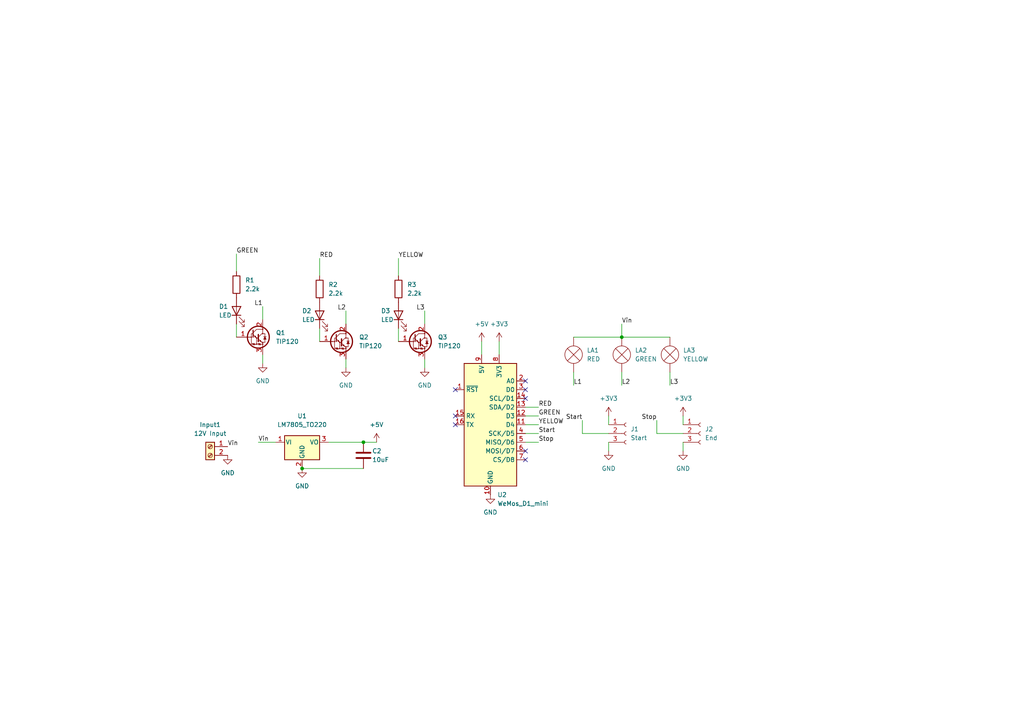
<source format=kicad_sch>
(kicad_sch (version 20211123) (generator eeschema)
  (paper "A4")
  (lib_symbols
    (symbol "Connector:Conn_01x03_Female" (pin_names (offset 1.016) hide)
      (property "Reference" "J" (at 0 5.08 0))
      (property "Value" "Conn_01x03_Female" (at 0 -5.08 0))
      (symbol "Conn_01x03_Female_1_1"
        (arc (start 0 -2.032) (mid -0.508 -2.54) (end 0 -3.048) (stroke (width 0.1524)))
        (polyline (pts (xy -1.27 -2.54) (xy -0.508 -2.54)) (stroke (width 0.1524)))
        (polyline (pts (xy -1.27 0) (xy -0.508 0)) (stroke (width 0.1524)))
        (polyline (pts (xy -1.27 2.54) (xy -0.508 2.54)) (stroke (width 0.1524)))
        (arc (start 0 0.508) (mid -0.508 0) (end 0 -0.508) (stroke (width 0.1524)))
        (arc (start 0 3.048) (mid -0.508 2.54) (end 0 2.032) (stroke (width 0.1524)))
        (pin passive line (at -5.08 2.54 0) (length 3.81) (name "Pin_1") (number "1"))
        (pin passive line (at -5.08 0 0) (length 3.81) (name "Pin_2") (number "2"))
        (pin passive line (at -5.08 -2.54 0) (length 3.81) (name "Pin_3") (number "3"))
      )
    )
    (symbol "Connector:Screw_Terminal_01x02" (pin_names (offset 1.016) hide)
      (property "Reference" "J" (at 0 2.54 0))
      (property "Value" "Screw_Terminal_01x02" (at 0 -5.08 0))
      (symbol "Screw_Terminal_01x02_1_1"
        (rectangle (start -1.27 1.27) (end 1.27 -3.81) (stroke (width 0.254)) (fill (type background)))
        (circle (center 0 -2.54) (radius 0.635) (stroke (width 0.1524)))
        (polyline (pts (xy -0.5334 -2.2098) (xy 0.3302 -3.048)) (stroke (width 0.1524)))
        (polyline (pts (xy -0.5334 0.3302) (xy 0.3302 -0.508)) (stroke (width 0.1524)))
        (polyline (pts (xy -0.3556 -2.032) (xy 0.508 -2.8702)) (stroke (width 0.1524)))
        (polyline (pts (xy -0.3556 0.508) (xy 0.508 -0.3302)) (stroke (width 0.1524)))
        (circle (center 0 0) (radius 0.635) (stroke (width 0.1524)))
        (pin passive line (at -5.08 0 0) (length 3.81) (name "Pin_1") (number "1"))
        (pin passive line (at -5.08 -2.54 0) (length 3.81) (name "Pin_2") (number "2"))
      )
    )
    (symbol "Device:C" (pin_numbers hide) (pin_names (offset 0.254))
      (property "Reference" "C" (at 0.635 2.54 0))
      (property "Value" "C" (at 0.635 -2.54 0))
      (symbol "C_0_1"
        (polyline (pts (xy -2.032 -0.762) (xy 2.032 -0.762)) (stroke (width 0.508)))
        (polyline (pts (xy -2.032 0.762) (xy 2.032 0.762)) (stroke (width 0.508)))
      )
      (symbol "C_1_1"
        (pin passive line (at 0 3.81 270) (length 2.794) (name "~") (number "1"))
        (pin passive line (at 0 -3.81 90) (length 2.794) (name "~") (number "2"))
      )
    )
    (symbol "Device:LED" (pin_numbers hide) (pin_names (offset 1.016) hide)
      (property "Reference" "D" (at 0 2.54 0))
      (property "Value" "LED" (at 0 -2.54 0))
      (symbol "LED_0_1"
        (polyline (pts (xy -1.27 -1.27) (xy -1.27 1.27)) (stroke (width 0.254)))
        (polyline (pts (xy -1.27 0) (xy 1.27 0)))
        (polyline (pts (xy 1.27 -1.27) (xy 1.27 1.27) (xy -1.27 0) (xy 1.27 -1.27)) (stroke (width 0.254)))
        (polyline (pts (xy -3.048 -0.762) (xy -4.572 -2.286) (xy -3.81 -2.286) (xy -4.572 -2.286) (xy -4.572 -1.524)))
        (polyline (pts (xy -1.778 -0.762) (xy -3.302 -2.286) (xy -2.54 -2.286) (xy -3.302 -2.286) (xy -3.302 -1.524)))
      )
      (symbol "LED_1_1"
        (pin passive line (at -3.81 0 0) (length 2.54) (name "K") (number "1"))
        (pin passive line (at 3.81 0 180) (length 2.54) (name "A") (number "2"))
      )
    )
    (symbol "Device:Lamp" (pin_numbers hide) (pin_names (offset 0.0254) hide)
      (property "Reference" "LA" (at 0.635 3.81 0))
      (property "Value" "Lamp" (at 0.635 -3.81 0))
      (symbol "Lamp_0_1"
        (polyline (pts (xy -1.778 1.778) (xy 1.778 -1.778)))
        (polyline (pts (xy 1.778 1.778) (xy -1.778 -1.778)))
        (circle (center 0 0) (radius 2.54))
      )
      (symbol "Lamp_1_1"
        (pin passive line (at 0 -5.08 90) (length 2.54) (name "-") (number "1"))
        (pin passive line (at 0 5.08 270) (length 2.54) (name "+") (number "2"))
      )
    )
    (symbol "Device:R" (pin_numbers hide) (pin_names (offset 0))
      (property "Reference" "R" (at 2.032 0 90))
      (property "Value" "R" (at 0 0 90))
      (symbol "R_0_1"
        (rectangle (start -1.016 -2.54) (end 1.016 2.54) (stroke (width 0.254)))
      )
      (symbol "R_1_1"
        (pin passive line (at 0 3.81 270) (length 1.27) (name "~") (number "1"))
        (pin passive line (at 0 -3.81 90) (length 1.27) (name "~") (number "2"))
      )
    )
    (symbol "MCU_Module:WeMos_D1_mini"
      (property "Reference" "U" (at 3.81 19.05 0))
      (property "Value" "WeMos_D1_mini" (at 1.27 -19.05 0))
      (symbol "WeMos_D1_mini_1_1"
        (rectangle (start -7.62 17.78) (end 7.62 -17.78) (stroke (width 0.254)) (fill (type background)))
        (pin input line (at -10.16 10.16 0) (length 2.54) (name "~{RST}") (number "1"))
        (pin power_in line (at 0 -20.32 90) (length 2.54) (name "GND") (number "10"))
        (pin bidirectional line (at 10.16 0 180) (length 2.54) (name "D4") (number "11"))
        (pin bidirectional line (at 10.16 2.54 180) (length 2.54) (name "D3") (number "12"))
        (pin bidirectional line (at 10.16 5.08 180) (length 2.54) (name "SDA/D2") (number "13"))
        (pin bidirectional line (at 10.16 7.62 180) (length 2.54) (name "SCL/D1") (number "14"))
        (pin input line (at -10.16 2.54 0) (length 2.54) (name "RX") (number "15"))
        (pin output line (at -10.16 0 0) (length 2.54) (name "TX") (number "16"))
        (pin input line (at 10.16 12.7 180) (length 2.54) (name "A0") (number "2"))
        (pin bidirectional line (at 10.16 10.16 180) (length 2.54) (name "D0") (number "3"))
        (pin bidirectional line (at 10.16 -2.54 180) (length 2.54) (name "SCK/D5") (number "4"))
        (pin bidirectional line (at 10.16 -5.08 180) (length 2.54) (name "MISO/D6") (number "5"))
        (pin bidirectional line (at 10.16 -7.62 180) (length 2.54) (name "MOSI/D7") (number "6"))
        (pin bidirectional line (at 10.16 -10.16 180) (length 2.54) (name "CS/D8") (number "7"))
        (pin power_out line (at 2.54 20.32 270) (length 2.54) (name "3V3") (number "8"))
        (pin power_in line (at -2.54 20.32 270) (length 2.54) (name "5V") (number "9"))
      )
    )
    (symbol "Regulator_Linear:LM7805_TO220" (pin_names (offset 0.254))
      (property "Reference" "U" (at -3.81 3.175 0))
      (property "Value" "LM7805_TO220" (at 0 3.175 0))
      (symbol "LM7805_TO220_0_1"
        (rectangle (start -5.08 1.905) (end 5.08 -5.08) (stroke (width 0.254)) (fill (type background)))
      )
      (symbol "LM7805_TO220_1_1"
        (pin power_in line (at -7.62 0 0) (length 2.54) (name "VI") (number "1"))
        (pin power_in line (at 0 -7.62 90) (length 2.54) (name "GND") (number "2"))
        (pin power_out line (at 7.62 0 180) (length 2.54) (name "VO") (number "3"))
      )
    )
    (symbol "Transistor_BJT:TIP120" (pin_names (offset 0) hide)
      (property "Reference" "Q" (at 5.08 1.905 0))
      (property "Value" "TIP120" (at 5.08 0 0))
      (symbol "TIP120_0_1"
        (circle (center -0.762 0) (radius 0.127))
        (polyline (pts (xy -1.27 0) (xy -0.889 0)))
        (polyline (pts (xy 2.54 -2.032) (xy 2.54 -2.54)))
        (polyline (pts (xy 2.54 -1.524) (xy 3.175 -1.524)))
        (polyline (pts (xy 2.794 0.127) (xy 3.556 0.127)))
        (polyline (pts (xy 3.175 -0.635) (xy 3.175 -1.524)))
        (polyline (pts (xy 3.175 1.016) (xy 2.54 1.016)))
        (polyline (pts (xy 3.175 1.016) (xy 3.175 0.127)))
        (polyline (pts (xy -0.254 0.762) (xy 0.762 -0.254) (xy 1.27 -0.254)))
        (polyline (pts (xy -0.254 1.016) (xy -0.762 1.016) (xy -0.762 -2.032)))
        (polyline (pts (xy -0.254 1.27) (xy 0.762 2.286) (xy 2.54 2.286)))
        (polyline (pts (xy -0.254 2.032) (xy -0.254 0) (xy -0.254 0)) (stroke (width 0.3048)))
        (polyline (pts (xy 1.27 0.762) (xy 1.27 -1.27) (xy 1.27 -1.27)) (stroke (width 0.381)))
        (polyline (pts (xy 0.635 -0.127) (xy 0.381 0.381) (xy 0.127 0.127) (xy 0.635 -0.127)))
        (polyline (pts (xy 1.27 -0.508) (xy 2.286 -1.524) (xy 2.54 -1.524) (xy 2.54 -2.032)))
        (polyline (pts (xy 1.27 0) (xy 2.286 1.016) (xy 2.54 1.016) (xy 2.54 2.286)))
        (polyline (pts (xy 2.159 -1.397) (xy 1.905 -0.889) (xy 1.651 -1.143) (xy 2.159 -1.397)))
        (polyline (pts (xy 3.175 0.127) (xy 2.794 -0.635) (xy 3.556 -0.635) (xy 3.175 0.127)) (fill (type outline)))
        (polyline (pts (xy 0.762 -2.032) (xy 0.381 -2.032) (xy 0.254 -2.286) (xy 0.127 -1.778) (xy 0 -2.286) (xy -0.127 -1.778) (xy -0.254 -2.286) (xy -0.381 -1.778) (xy -0.508 -2.032) (xy -0.762 -2.032)))
        (polyline (pts (xy 0.762 -0.254) (xy 0.762 -2.032) (xy 1.143 -2.032) (xy 1.27 -1.778) (xy 1.397 -2.286) (xy 1.524 -1.778) (xy 1.651 -2.286) (xy 1.778 -1.778) (xy 1.905 -2.286) (xy 2.032 -2.032) (xy 2.54 -2.032)))
        (circle (center 0.762 -2.032) (radius 0.127))
        (circle (center 0.762 -0.254) (radius 0.127))
        (circle (center 1.27 0) (radius 3.175) (stroke (width 0.3556)))
        (circle (center 2.54 -2.032) (radius 0.127))
        (circle (center 2.54 -1.524) (radius 0.127))
        (circle (center 2.54 1.016) (radius 0.127))
        (circle (center 2.54 2.286) (radius 0.127))
      )
      (symbol "TIP120_1_1"
        (pin input line (at -5.08 0 0) (length 3.81) (name "B") (number "1"))
        (pin passive line (at 2.54 5.08 270) (length 2.667) (name "C") (number "2"))
        (pin passive line (at 2.54 -5.08 90) (length 2.54) (name "E") (number "3"))
      )
    )
    (symbol "power:+3.3V" (power) (pin_names (offset 0))
      (property "Value" "+3.3V" (at 0 3.556 0))
      (symbol "+3.3V_0_1"
        (polyline (pts (xy -0.762 1.27) (xy 0 2.54)))
        (polyline (pts (xy 0 0) (xy 0 2.54)))
        (polyline (pts (xy 0 2.54) (xy 0.762 1.27)))
      )
      (symbol "+3.3V_1_1"
        (pin power_in line (at 0 0 90) (length 0) hide (name "+3V3") (number "1"))
      )
    )
    (symbol "power:+5V" (power) (pin_names (offset 0))
      (property "Value" "+5V" (at 0 3.556 0))
      (symbol "+5V_0_1"
        (polyline (pts (xy -0.762 1.27) (xy 0 2.54)))
        (polyline (pts (xy 0 0) (xy 0 2.54)))
        (polyline (pts (xy 0 2.54) (xy 0.762 1.27)))
      )
      (symbol "+5V_1_1"
        (pin power_in line (at 0 0 90) (length 0) hide (name "+5V") (number "1"))
      )
    )
    (symbol "power:GND" (power) (pin_names (offset 0))
      (property "Value" "GND" (at 0 -3.81 0))
      (symbol "GND_0_1"
        (polyline (pts (xy 0 0) (xy 0 -1.27) (xy 1.27 -1.27) (xy 0 -2.54) (xy -1.27 -1.27) (xy 0 -1.27)))
      )
      (symbol "GND_1_1"
        (pin power_in line (at 0 0 270) (length 0) hide (name "GND") (number "1"))
      )
    )
  )
  (junction (at 105.41 128.27))
  (junction (at 180.34 97.79))
  (junction (at 87.63 135.89))
  (no_connect (at 152.4 133.35))
  (no_connect (at 152.4 130.81))
  (no_connect (at 152.4 115.57))
  (no_connect (at 152.4 110.49))
  (no_connect (at 152.4 113.03))
  (no_connect (at 132.08 123.19))
  (no_connect (at 132.08 120.65))
  (no_connect (at 132.08 113.03))
  (wire (pts (xy 168.91 121.92) (xy 168.91 125.73)))
  (wire (pts (xy 95.25 128.27) (xy 105.41 128.27)))
  (wire (pts (xy 123.19 104.14) (xy 123.19 106.68)))
  (wire (pts (xy 139.7 99.06) (xy 139.7 102.87)))
  (wire (pts (xy 180.34 93.98) (xy 180.34 97.79)))
  (wire (pts (xy 166.37 107.95) (xy 166.37 111.76)))
  (wire (pts (xy 152.4 120.65) (xy 156.21 120.65)))
  (wire (pts (xy 180.34 97.79) (xy 194.31 97.79)))
  (wire (pts (xy 100.33 90.17) (xy 100.33 93.98)))
  (wire (pts (xy 105.41 128.27) (xy 109.22 128.27)))
  (wire (pts (xy 190.5 121.92) (xy 190.5 125.73)))
  (wire (pts (xy 144.78 99.06) (xy 144.78 102.87)))
  (wire (pts (xy 74.93 128.27) (xy 80.01 128.27)))
  (wire (pts (xy 198.12 120.65) (xy 198.12 123.19)))
  (wire (pts (xy 115.57 95.25) (xy 115.57 99.06)))
  (wire (pts (xy 92.71 95.25) (xy 92.71 99.06)))
  (wire (pts (xy 152.4 128.27) (xy 156.21 128.27)))
  (wire (pts (xy 152.4 118.11) (xy 156.21 118.11)))
  (wire (pts (xy 123.19 90.17) (xy 123.19 93.98)))
  (wire (pts (xy 180.34 107.95) (xy 180.34 111.76)))
  (wire (pts (xy 68.58 93.98) (xy 68.58 97.79)))
  (wire (pts (xy 166.37 97.79) (xy 180.34 97.79)))
  (wire (pts (xy 168.91 125.73) (xy 176.53 125.73)))
  (wire (pts (xy 194.31 107.95) (xy 194.31 111.76)))
  (wire (pts (xy 176.53 128.27) (xy 176.53 130.81)))
  (wire (pts (xy 152.4 123.19) (xy 156.21 123.19)))
  (wire (pts (xy 152.4 125.73) (xy 156.21 125.73)))
  (wire (pts (xy 176.53 120.65) (xy 176.53 123.19)))
  (wire (pts (xy 92.71 74.93) (xy 92.71 80.01)))
  (wire (pts (xy 87.63 135.89) (xy 105.41 135.89)))
  (wire (pts (xy 76.2 102.87) (xy 76.2 105.41)))
  (wire (pts (xy 76.2 88.9) (xy 76.2 92.71)))
  (wire (pts (xy 115.57 74.93) (xy 115.57 80.01)))
  (wire (pts (xy 198.12 128.27) (xy 198.12 130.81)))
  (wire (pts (xy 68.58 73.66) (xy 68.58 78.74)))
  (wire (pts (xy 190.5 125.73) (xy 198.12 125.73)))
  (wire (pts (xy 100.33 104.14) (xy 100.33 106.68)))
  (label "RED" (at 156.21 118.11 0))
  (label "Start" (at 168.91 121.92 180))
  (label "GREEN" (at 156.21 120.65 0))
  (label "YELLOW" (at 156.21 123.19 0))
  (label "Stop" (at 156.21 128.27 0))
  (label "L2" (at 180.34 111.76 0))
  (label "L3" (at 194.31 111.76 0))
  (label "Vin" (at 74.93 128.27 0))
  (label "YELLOW" (at 115.57 74.93 0))
  (label "L1" (at 76.2 88.9 180))
  (label "RED" (at 92.71 74.93 0))
  (label "L2" (at 100.33 90.17 180))
  (label "GREEN" (at 68.58 73.66 0))
  (label "Stop" (at 190.5 121.92 180))
  (label "Vin" (at 180.34 93.98 0))
  (label "Vin" (at 66.04 129.54 0))
  (label "Start" (at 156.21 125.73 0))
  (label "L1" (at 166.37 111.76 0))
  (label "L3" (at 123.19 90.17 180))
  (symbol (lib_id "MCU_Module:WeMos_D1_mini") (at 142.24 123.19 0) (unit 1)
    (property "Reference" "U2" (at 144.2594 143.51 0) (effects (justify left)))
    (property "Value" "WeMos_D1_mini" (at 144.2594 146.05 0) (effects (justify left)))
    (property "Footprint" "Module:WEMOS_D1_mini_light" (effects hide))
    (property "Datasheet" "https://wiki.wemos.cc/products:d1:d1_mini#documentation" (effects hide))
  )
  (symbol (lib_id "Regulator_Linear:LM7805_TO220") (at 87.63 128.27 0) (unit 1)
    (property "Reference" "U1" (at 87.63 120.65 0))
    (property "Value" "LM7805_TO220" (at 87.63 123.19 0))
    (property "Footprint" "Package_TO_SOT_THT:TO-220-3_Vertical" (effects hide))
    (property "Datasheet" "https://www.onsemi.cn/PowerSolutions/document/MC7800-D.PDF" (effects hide))
  )
  (symbol (lib_id "power:GND") (at 198.12 130.81 0) (unit 1)
    (property "Reference" "#PWR012" (effects hide))
    (property "Value" "GND" (at 198.12 135.89 0))
  )
  (symbol (lib_id "power:+3.3V") (at 144.78 99.06 0) (unit 1)
    (property "Reference" "#PWR09" (effects hide))
    (property "Value" "+3.3V" (at 144.78 93.98 0))
  )
  (symbol (lib_id "Device:LED") (at 115.57 91.44 90) (unit 1)
    (property "Reference" "D3" (at 110.49 90.17 90) (effects (justify right)))
    (property "Value" "LED" (at 110.49 92.71 90) (effects (justify right)))
    (property "Footprint" "LED_THT:LED_D3.0mm" (effects hide))
  )
  (symbol (lib_id "Device:C") (at 105.41 132.08 0) (unit 1)
    (property "Reference" "C2" (at 107.95 130.81 0) (effects (justify left)))
    (property "Value" "10uF" (at 107.95 133.35 0) (effects (justify left)))
    (property "Footprint" "Capacitor_THT:C_Radial_D8.0mm_H7.0mm_P3.50mm" (effects hide))
  )
  (symbol (lib_id "Device:R") (at 68.58 82.55 0) (unit 1)
    (property "Reference" "R1" (at 71.12 81.2799 0) (effects (justify left)))
    (property "Value" "2.2k" (at 71.12 83.8199 0) (effects (justify left)))
    (property "Footprint" "Resistor_THT:R_Axial_DIN0309_L9.0mm_D3.2mm_P12.70mm_Horizontal" (effects hide))
  )
  (symbol (lib_id "power:+5V") (at 109.22 128.27 0) (unit 1)
    (property "Reference" "#PWR05" (effects hide))
    (property "Value" "+5V" (at 109.22 123.19 0))
  )
  (symbol (lib_id "Device:Lamp") (at 180.34 102.87 0) (unit 1)
    (property "Reference" "LA2" (at 184.15 101.5999 0) (effects (justify left)))
    (property "Value" "GREEN" (at 184.15 104.1399 0) (effects (justify left)))
    (property "Footprint" "TerminalBlock:TerminalBlock_bornier-2_P5.08mm" (effects hide))
  )
  (symbol (lib_id "Connector:Screw_Terminal_01x02") (at 60.96 129.54 0) (mirror y) (unit 1)
    (property "Reference" "Input1" (at 60.96 123.19 0))
    (property "Value" "12V Input" (at 60.96 125.73 0))
    (property "Footprint" "Connector_BarrelJack:BarrelJack_GCT_DCJ200-10-A_Horizontal" (effects hide))
  )
  (symbol (lib_id "power:GND") (at 87.63 135.89 0) (unit 1)
    (property "Reference" "#PWR03" (effects hide))
    (property "Value" "GND" (at 87.63 140.97 0))
  )
  (symbol (lib_id "Transistor_BJT:TIP120") (at 97.79 99.06 0) (unit 1)
    (property "Reference" "Q2" (at 104.14 97.7899 0) (effects (justify left)))
    (property "Value" "TIP120" (at 104.14 100.3299 0) (effects (justify left)))
    (property "Footprint" "Package_TO_SOT_THT:TO-220-3_Vertical" (effects hide))
    (property "Datasheet" "https://www.onsemi.com/pub/Collateral/TIP120-D.PDF" (effects hide))
  )
  (symbol (lib_id "power:GND") (at 142.24 143.51 0) (unit 1)
    (property "Reference" "#PWR08" (effects hide))
    (property "Value" "GND" (at 142.24 148.59 0))
  )
  (symbol (lib_id "power:GND") (at 176.53 130.81 0) (unit 1)
    (property "Reference" "#PWR010" (effects hide))
    (property "Value" "GND" (at 176.53 135.89 0))
  )
  (symbol (lib_id "power:+3.3V") (at 198.12 120.65 0) (unit 1)
    (property "Reference" "#PWR013" (effects hide))
    (property "Value" "+3.3V" (at 198.12 115.57 0))
  )
  (symbol (lib_id "Device:LED") (at 92.71 91.44 90) (unit 1)
    (property "Reference" "D2" (at 87.63 90.17 90) (effects (justify right)))
    (property "Value" "LED" (at 87.63 92.71 90) (effects (justify right)))
    (property "Footprint" "LED_THT:LED_D3.0mm" (effects hide))
  )
  (symbol (lib_id "Device:Lamp") (at 166.37 102.87 0) (unit 1)
    (property "Reference" "LA1" (at 170.18 101.5999 0) (effects (justify left)))
    (property "Value" "RED" (at 170.18 104.1399 0) (effects (justify left)))
    (property "Footprint" "TerminalBlock:TerminalBlock_bornier-2_P5.08mm" (effects hide))
  )
  (symbol (lib_id "Device:Lamp") (at 194.31 102.87 0) (unit 1)
    (property "Reference" "LA3" (at 198.12 101.5999 0) (effects (justify left)))
    (property "Value" "YELLOW" (at 198.12 104.1399 0) (effects (justify left)))
    (property "Footprint" "TerminalBlock:TerminalBlock_bornier-2_P5.08mm" (effects hide))
  )
  (symbol (lib_id "power:GND") (at 123.19 106.68 0) (unit 1)
    (property "Reference" "#PWR06" (effects hide))
    (property "Value" "GND" (at 123.19 111.76 0))
  )
  (symbol (lib_id "Transistor_BJT:TIP120") (at 120.65 99.06 0) (unit 1)
    (property "Reference" "Q3" (at 127 97.7899 0) (effects (justify left)))
    (property "Value" "TIP120" (at 127 100.3299 0) (effects (justify left)))
    (property "Footprint" "Package_TO_SOT_THT:TO-220-3_Vertical" (effects hide))
    (property "Datasheet" "https://www.onsemi.com/pub/Collateral/TIP120-D.PDF" (effects hide))
  )
  (symbol (lib_id "power:+3.3V") (at 176.53 120.65 0) (unit 1)
    (property "Reference" "#PWR011" (effects hide))
    (property "Value" "+3.3V" (at 176.53 115.57 0))
  )
  (symbol (lib_id "Device:R") (at 92.71 83.82 0) (unit 1)
    (property "Reference" "R2" (at 95.25 82.5499 0) (effects (justify left)))
    (property "Value" "2.2k" (at 95.25 85.0899 0) (effects (justify left)))
    (property "Footprint" "Resistor_THT:R_Axial_DIN0309_L9.0mm_D3.2mm_P12.70mm_Horizontal" (effects hide))
  )
  (symbol (lib_id "power:+5V") (at 139.7 99.06 0) (unit 1)
    (property "Reference" "#PWR07" (effects hide))
    (property "Value" "+5V" (at 139.7 93.98 0))
  )
  (symbol (lib_id "power:GND") (at 66.04 132.08 0) (unit 1)
    (property "Reference" "#PWR01" (effects hide))
    (property "Value" "GND" (at 66.04 137.16 0))
  )
  (symbol (lib_id "Connector:Conn_01x03_Female") (at 181.61 125.73 0) (unit 1)
    (property "Reference" "J1" (at 182.88 124.4599 0) (effects (justify left)))
    (property "Value" "Start" (at 182.88 126.9999 0) (effects (justify left)))
    (property "Footprint" "Connector_PinHeader_2.54mm:PinHeader_1x03_P2.54mm_Vertical" (effects hide))
  )
  (symbol (lib_id "power:GND") (at 76.2 105.41 0) (unit 1)
    (property "Reference" "#PWR02" (effects hide))
    (property "Value" "GND" (at 76.2 110.49 0))
  )
  (symbol (lib_id "Transistor_BJT:TIP120") (at 73.66 97.79 0) (unit 1)
    (property "Reference" "Q1" (at 80.01 96.5199 0) (effects (justify left)))
    (property "Value" "TIP120" (at 80.01 99.0599 0) (effects (justify left)))
    (property "Footprint" "Package_TO_SOT_THT:TO-220-3_Vertical" (effects hide))
    (property "Datasheet" "https://www.onsemi.com/pub/Collateral/TIP120-D.PDF" (effects hide))
  )
  (symbol (lib_id "Device:R") (at 115.57 83.82 0) (unit 1)
    (property "Reference" "R3" (at 118.11 82.5499 0) (effects (justify left)))
    (property "Value" "2.2k" (at 118.11 85.0899 0) (effects (justify left)))
    (property "Footprint" "Resistor_THT:R_Axial_DIN0309_L9.0mm_D3.2mm_P12.70mm_Horizontal" (effects hide))
  )
  (symbol (lib_id "Device:LED") (at 68.58 90.17 90) (unit 1)
    (property "Reference" "D1" (at 63.5 88.9 90) (effects (justify right)))
    (property "Value" "LED" (at 63.5 91.44 90) (effects (justify right)))
    (property "Footprint" "LED_THT:LED_D3.0mm" (effects hide))
  )
  (symbol (lib_id "Connector:Conn_01x03_Female") (at 203.2 125.73 0) (unit 1)
    (property "Reference" "J2" (at 204.47 124.4599 0) (effects (justify left)))
    (property "Value" "End" (at 204.47 126.9999 0) (effects (justify left)))
    (property "Footprint" "Connector_PinHeader_2.54mm:PinHeader_1x03_P2.54mm_Vertical" (effects hide))
  )
  (symbol (lib_id "power:GND") (at 100.33 106.68 0) (unit 1)
    (property "Reference" "#PWR04" (effects hide))
    (property "Value" "GND" (at 100.33 111.76 0))
  )
)
</source>
